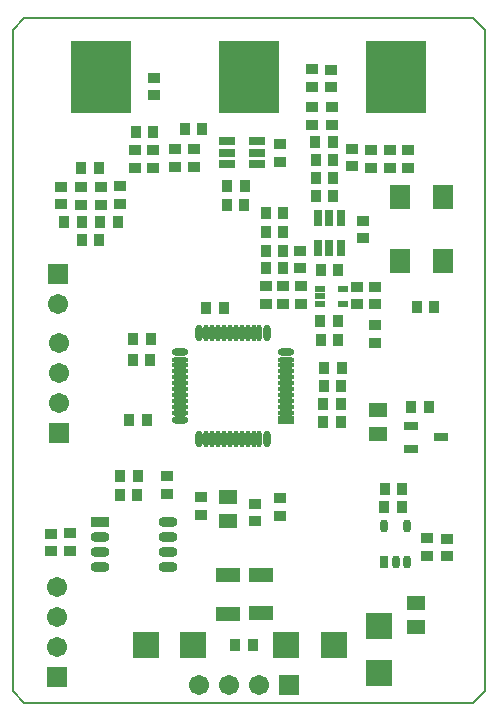
<source format=gts>
%FSLAX25Y25*%
%MOIN*%
G70*
G01*
G75*
G04 Layer_Color=8388736*
%ADD10R,0.02756X0.03347*%
%ADD11R,0.03347X0.02756*%
%ADD12O,0.05500X0.02500*%
%ADD13R,0.05500X0.02500*%
%ADD14R,0.07874X0.07874*%
%ADD15R,0.07087X0.03937*%
%ADD16R,0.05118X0.03937*%
%ADD17R,0.07874X0.07874*%
%ADD18O,0.01969X0.03543*%
%ADD19O,0.01969X0.03543*%
%ADD20R,0.01969X0.03543*%
%ADD21O,0.04724X0.00984*%
%ADD22R,0.04724X0.01772*%
%ADD23O,0.04724X0.01772*%
%ADD24O,0.00984X0.04724*%
%ADD25O,0.01772X0.04724*%
%ADD26R,0.03937X0.02362*%
%ADD27R,0.04724X0.02362*%
%ADD28R,0.06299X0.07087*%
%ADD29R,0.03347X0.01575*%
%ADD30R,0.02362X0.04724*%
%ADD31C,0.02000*%
%ADD32C,0.03000*%
%ADD33C,0.01200*%
%ADD34C,0.04000*%
%ADD35C,0.00800*%
%ADD36C,0.01500*%
%ADD37C,0.01000*%
%ADD38C,0.00500*%
%ADD39R,0.05906X0.05906*%
%ADD40C,0.05906*%
%ADD41R,0.05906X0.05906*%
%ADD42R,0.19685X0.23622*%
%ADD43C,0.02000*%
%ADD44C,0.03000*%
%ADD45C,0.00787*%
%ADD46R,0.03556X0.04147*%
%ADD47R,0.04147X0.03556*%
%ADD48O,0.06300X0.03300*%
%ADD49R,0.06300X0.03300*%
%ADD50R,0.08674X0.08674*%
%ADD51R,0.07887X0.04737*%
%ADD52R,0.05918X0.04737*%
%ADD53R,0.08674X0.08674*%
%ADD54O,0.02769X0.04343*%
%ADD55O,0.02769X0.04343*%
%ADD56R,0.02769X0.04343*%
%ADD57O,0.05524X0.01784*%
%ADD58R,0.05524X0.02572*%
%ADD59O,0.05524X0.02572*%
%ADD60O,0.01784X0.05524*%
%ADD61O,0.02572X0.05524*%
%ADD62R,0.04737X0.03162*%
%ADD63R,0.05524X0.03162*%
%ADD64R,0.07099X0.07887*%
%ADD65R,0.03740X0.01969*%
%ADD66R,0.03162X0.05524*%
%ADD67R,0.06706X0.06706*%
%ADD68C,0.06706*%
%ADD69R,0.06706X0.06706*%
%ADD70R,0.20485X0.24422*%
D38*
X251306Y-267900D02*
X255243Y-263963D01*
Y-43490D01*
X251306Y-39553D02*
X255243Y-43490D01*
X101700Y-39553D02*
X133800D01*
X133196D02*
X184000D01*
X182409D02*
X233600D01*
X231621D02*
X251306D01*
X97763Y-43490D02*
X101700Y-39553D01*
X97763Y-263963D02*
Y-43490D01*
Y-263963D02*
X101700Y-267900D01*
X251306D01*
X101700D02*
X251306D01*
X97763Y-263963D02*
X101700Y-267900D01*
X97763Y-263963D02*
Y-43490D01*
X101700Y-39553D01*
X231621D02*
X251306D01*
X182409D02*
X233600D01*
X133196D02*
X184000D01*
X101700D02*
X133800D01*
X251306D02*
X255243Y-43490D01*
Y-263963D02*
Y-43490D01*
X251306Y-267900D02*
X255243Y-263963D01*
D46*
X155100Y-76600D02*
D03*
X161005D02*
D03*
X137800Y-153400D02*
D03*
X143705D02*
D03*
X137900Y-146400D02*
D03*
X143806D02*
D03*
X230726Y-169100D02*
D03*
X236631D02*
D03*
X139305Y-198500D02*
D03*
X133400D02*
D03*
X139406Y-192100D02*
D03*
X133500D02*
D03*
X171895Y-248500D02*
D03*
X177800D02*
D03*
X221700Y-202700D02*
D03*
X227606D02*
D03*
X227700Y-196700D02*
D03*
X221795D02*
D03*
X204700Y-86800D02*
D03*
X198794D02*
D03*
X204700Y-98800D02*
D03*
X198794D02*
D03*
X120800Y-113600D02*
D03*
X126706D02*
D03*
X127000Y-107600D02*
D03*
X132905D02*
D03*
X162195Y-136100D02*
D03*
X168100D02*
D03*
X201294Y-168100D02*
D03*
X207200D02*
D03*
X207300Y-162200D02*
D03*
X201395D02*
D03*
X136600Y-173500D02*
D03*
X142506D02*
D03*
X207500Y-156200D02*
D03*
X201594D02*
D03*
X207200Y-174100D02*
D03*
X201294D02*
D03*
X169095Y-102000D02*
D03*
X175000D02*
D03*
X200395Y-146900D02*
D03*
X206300D02*
D03*
X138795Y-77400D02*
D03*
X144700D02*
D03*
X114894Y-107600D02*
D03*
X120800D02*
D03*
X238305Y-135800D02*
D03*
X232400D02*
D03*
X198794Y-92800D02*
D03*
X204700D02*
D03*
X182095Y-104700D02*
D03*
X188000D02*
D03*
X198695Y-80900D02*
D03*
X204600D02*
D03*
X169295Y-95400D02*
D03*
X175200D02*
D03*
X182095Y-117100D02*
D03*
X188000D02*
D03*
X126406Y-89500D02*
D03*
X120500D02*
D03*
X182095Y-110900D02*
D03*
X188000D02*
D03*
X182095Y-123000D02*
D03*
X188000D02*
D03*
X200294Y-140500D02*
D03*
X206200D02*
D03*
X206306Y-123400D02*
D03*
X200400D02*
D03*
D47*
X178523Y-207300D02*
D03*
Y-201395D02*
D03*
X160500Y-199300D02*
D03*
Y-205205D02*
D03*
X149300Y-192300D02*
D03*
Y-198205D02*
D03*
X117000Y-211194D02*
D03*
Y-217100D02*
D03*
X110700Y-211395D02*
D03*
Y-217300D02*
D03*
X187000Y-205400D02*
D03*
Y-199495D02*
D03*
X235900Y-218900D02*
D03*
Y-212995D02*
D03*
X242400Y-213100D02*
D03*
Y-219005D02*
D03*
X193700Y-123000D02*
D03*
Y-117095D02*
D03*
X214600Y-113000D02*
D03*
Y-107095D02*
D03*
X138600Y-83495D02*
D03*
Y-89400D02*
D03*
X186800Y-87600D02*
D03*
Y-81695D02*
D03*
X144800Y-59395D02*
D03*
Y-65300D02*
D03*
X188000Y-134806D02*
D03*
Y-128900D02*
D03*
X217100Y-83595D02*
D03*
Y-89500D02*
D03*
X204000Y-62705D02*
D03*
Y-56800D02*
D03*
X204300Y-75106D02*
D03*
Y-69200D02*
D03*
X182100Y-128894D02*
D03*
Y-134800D02*
D03*
X212600Y-129095D02*
D03*
Y-135000D02*
D03*
X113800Y-101706D02*
D03*
Y-95800D02*
D03*
X223600Y-89406D02*
D03*
Y-83500D02*
D03*
X210900Y-89006D02*
D03*
Y-83100D02*
D03*
X229700Y-83495D02*
D03*
Y-89400D02*
D03*
X197500Y-75106D02*
D03*
Y-69200D02*
D03*
X197600Y-62606D02*
D03*
Y-56700D02*
D03*
X133700Y-101406D02*
D03*
Y-95500D02*
D03*
X127300Y-95894D02*
D03*
Y-101800D02*
D03*
X120600Y-95995D02*
D03*
Y-101900D02*
D03*
X218500Y-141894D02*
D03*
Y-147800D02*
D03*
Y-129095D02*
D03*
Y-135000D02*
D03*
X193900Y-128894D02*
D03*
Y-134800D02*
D03*
X144700Y-83495D02*
D03*
Y-89400D02*
D03*
X151800Y-83294D02*
D03*
Y-89200D02*
D03*
X158100Y-83294D02*
D03*
Y-89200D02*
D03*
D48*
X126900Y-212400D02*
D03*
X149538D02*
D03*
X126900Y-222400D02*
D03*
Y-217400D02*
D03*
X149538Y-222400D02*
D03*
Y-207400D02*
D03*
Y-217400D02*
D03*
D49*
X126900Y-207400D02*
D03*
D50*
X142300Y-248500D02*
D03*
X158048D02*
D03*
X204800D02*
D03*
X189052D02*
D03*
D51*
X169600Y-225305D02*
D03*
Y-238100D02*
D03*
X180500Y-225105D02*
D03*
Y-237900D02*
D03*
D52*
X169500Y-199226D02*
D03*
Y-207100D02*
D03*
X232200Y-242500D02*
D03*
Y-234626D02*
D03*
X219400Y-178074D02*
D03*
Y-170200D02*
D03*
D53*
X219900Y-258000D02*
D03*
Y-242252D02*
D03*
D54*
X229180Y-220800D02*
D03*
X225440D02*
D03*
X229180Y-208989D02*
D03*
D55*
X221700D02*
D03*
D56*
Y-220800D02*
D03*
D57*
X188900Y-157320D02*
D03*
X153467Y-169132D02*
D03*
X153467Y-159289D02*
D03*
Y-165194D02*
D03*
Y-167163D02*
D03*
Y-163226D02*
D03*
Y-153383D02*
D03*
X188900Y-167163D02*
D03*
Y-161258D02*
D03*
X153467Y-171100D02*
D03*
X188900D02*
D03*
X153467Y-155352D02*
D03*
Y-157320D02*
D03*
Y-161258D02*
D03*
X188900Y-169132D02*
D03*
Y-163226D02*
D03*
Y-153383D02*
D03*
Y-159289D02*
D03*
Y-165194D02*
D03*
Y-155352D02*
D03*
D58*
Y-173462D02*
D03*
D59*
X153467D02*
D03*
Y-151021D02*
D03*
X188900D02*
D03*
D60*
X162325Y-144525D02*
D03*
X180042D02*
D03*
Y-179958D02*
D03*
X178073D02*
D03*
X176105D02*
D03*
X174136D02*
D03*
X172168D02*
D03*
X168231D02*
D03*
X166262D02*
D03*
X164294D02*
D03*
X166262Y-144525D02*
D03*
X178073D02*
D03*
X162325Y-179958D02*
D03*
X170199D02*
D03*
X164294Y-144525D02*
D03*
X172168D02*
D03*
X170199D02*
D03*
X174136D02*
D03*
X168231D02*
D03*
X176105D02*
D03*
D61*
X159963D02*
D03*
X182404Y-179958D02*
D03*
X159963D02*
D03*
X182404Y-144525D02*
D03*
D62*
X230700Y-183274D02*
D03*
X240543Y-179337D02*
D03*
X230700Y-175400D02*
D03*
D63*
X179336Y-80700D02*
D03*
Y-84440D02*
D03*
Y-88180D02*
D03*
X169100D02*
D03*
Y-84440D02*
D03*
Y-80700D02*
D03*
D64*
X227027Y-120600D02*
D03*
Y-99340D02*
D03*
X241200Y-120600D02*
D03*
Y-99340D02*
D03*
D65*
X200260Y-129741D02*
D03*
Y-132300D02*
D03*
Y-134859D02*
D03*
X207740D02*
D03*
Y-129741D02*
D03*
D66*
X199600Y-106064D02*
D03*
X203340D02*
D03*
X207080D02*
D03*
Y-116300D02*
D03*
X203340D02*
D03*
X199600D02*
D03*
D67*
X112900Y-124800D02*
D03*
X113300Y-177800D02*
D03*
X112600Y-259300D02*
D03*
D68*
X112900Y-134800D02*
D03*
X160000Y-262000D02*
D03*
X170000D02*
D03*
X180000D02*
D03*
X113300Y-147800D02*
D03*
Y-157800D02*
D03*
Y-167800D02*
D03*
X112600Y-249300D02*
D03*
Y-239300D02*
D03*
Y-229300D02*
D03*
D69*
X190000Y-262000D02*
D03*
D70*
X127300Y-59300D02*
D03*
X176500D02*
D03*
X225700D02*
D03*
M02*

</source>
